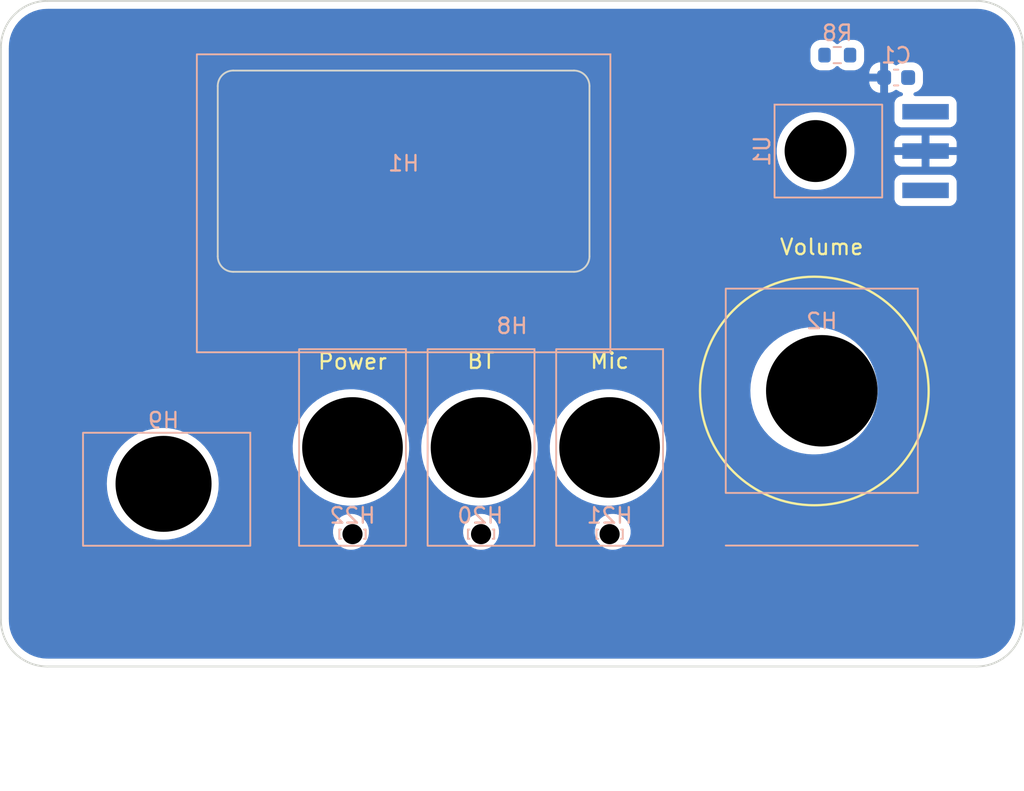
<source format=kicad_pcb>
(kicad_pcb (version 20210824) (generator pcbnew)
  (layers (0 "F.Cu" signal) (31 "B.Cu" signal) (34 "B.Paste" user) (35 "F.Paste" user) (36 "B.SilkS" user "B.Silkscreen") (37 "F.SilkS" user "F.Silkscreen") (38 "B.Mask" user) (39 "F.Mask" user) (44 "Edge.Cuts" user))
  (net 0 "")
  (net 1 "GND")
  (net 2 "+3V3")
  (net 3 "Net-(C1-Pad1)")
  (net 4 "/IR")
  (footprint "Capacitor_SMD:C_0603_1608Metric" (layer "B.Cu") (at 217.8 54.95 180)
    (fp_text reference "C1" (at 0 1.43) (layer "B.SilkS") (effects (justify mirror)))
    (fp_text value "0.1uF")
    (fp_line (start -0.14058 0.51) (end 0.14058 0.51) (layer "B.SilkS") (width 0.12))
    (fp_line (start -0.14058 -0.51) (end 0.14058 -0.51) (layer "B.SilkS") (width 0.12))
    (pad "1" smd roundrect locked (at -0.775 0 180) (size 0.9 0.95) (layers "B.Cu" "B.Paste" "B.Mask") (net 3 "Net-(C1-Pad1)"))
    (pad "2" smd roundrect locked (at 0.775 0 180) (size 0.9 0.95) (layers "B.Cu" "B.Paste" "B.Mask") (net 1 "GND"))
  )
  (footprint "FrontPanel-Footprints:PanelCutout_Jack_3.5mm_CUI_SJ-435107" (layer "B.Cu") (at 170.5 81.2 180)
    (fp_text reference "H9" (at 0 4.1 unlocked) (layer "B.SilkS") (effects (justify mirror)))
    (fp_text value "Headphones")
    (fp_rect (start -5.6 3.3) (end 5.2 -4) (layer "B.SilkS") (width 0.12) (fill none))
    (pad "" np_thru_hole circle (at 0 0 180) (size 6.2 6.2) (drill 6.2) (layers *.Mask))
  )
  (footprint "Resistor_SMD:R_0603_1608Metric" (layer "B.Cu") (at 214 53.5 180)
    (fp_text reference "R8" (at 0 1.43) (layer "B.SilkS") (effects (justify mirror)))
    (fp_text value "100")
    (fp_line (start -0.237258 0.5225) (end 0.237258 0.5225) (layer "B.SilkS") (width 0.12))
    (fp_line (start -0.237258 -0.5225) (end 0.237258 -0.5225) (layer "B.SilkS") (width 0.12))
    (pad "1" smd roundrect locked (at -0.825 0 180) (size 0.8 0.95) (layers "B.Cu" "B.Paste" "B.Mask") (net 3 "Net-(C1-Pad1)"))
    (pad "2" smd roundrect locked (at 0.825 0 180) (size 0.8 0.95) (layers "B.Cu" "B.Paste" "B.Mask") (net 2 "+3V3"))
  )
  (footprint "FrontPanel-Footprints:PanelCutout_RotaryEncoder_TT_EN12-V_Knob16mm" (layer "B.Cu") (at 213 75.1875 180)
    (fp_text reference "H2" (at 0 4.5 unlocked) (layer "B.SilkS") (effects (justify mirror)))
    (fp_text value "Volume")
    (fp_line (start -6.2 -10) (end 6.2 -10) (layer "B.SilkS") (width 0.12))
    (fp_rect (start -6.2 6.6) (end 6.2 -6.6) (layer "B.SilkS") (width 0.12) (fill none))
    (pad "" np_thru_hole circle (at 0 0 180) (size 7.2 7.2) (drill 7.2) (layers *.Mask))
  )
  (footprint "FrontPanel-Footprints:PanelCutout_SW_E-Switch_100SP-M7" (layer "B.Cu") (at 191 78.85 180)
    (fp_text reference "H20" (at 0.05 -4.4 unlocked) (layer "B.SilkS") (effects (justify mirror)))
    (fp_text value "PAIR")
    (fp_rect (start -3.45 6.35) (end 3.45 -6.35) (layer "B.SilkS") (width 0.12) (fill none))
    (pad "" np_thru_hole circle (at 0 0 180) (size 6.5 6.5) (drill 6.5) (layers *.Mask))
  )
  (footprint "FrontPanel-Footprints:EnclosureEndPlate_66x43mm" (layer "B.Cu") (at 193 71.5 180)
    (fp_text reference "H8" (at 0 0.5 unlocked) (layer "B.SilkS") (effects (justify mirror)))
    (fp_text value "Enclosure")
    (fp_line (start 30 21.5) (end -30 21.5) (layer "Edge.Cuts") (width 0.12))
    (fp_line (start 33 -18.5) (end 33 18.5) (layer "Edge.Cuts") (width 0.12))
    (fp_line (start -30 -21.5) (end 30 -21.5) (layer "Edge.Cuts") (width 0.12))
    (fp_line (start -33 18.5) (end -33 -18.5) (layer "Edge.Cuts") (width 0.12))
    (fp_arc (start -30 -18.5) (end -33 -18.5) (angle 90) (layer "Edge.Cuts") (width 0.12))
    (fp_arc (start 30 -18.5) (end 30 -21.5) (angle 90) (layer "Edge.Cuts") (width 0.12))
    (fp_arc (start -30 18.5) (end -30 21.5) (angle 90) (layer "Edge.Cuts") (width 0.12))
    (fp_arc (start 30 18.5) (end 30 21.5) (angle -90) (layer "Edge.Cuts") (width 0.12))
  )
  (footprint "FrontPanel-Footprints:PanelCutout_LED_0603_1608Metric_SideView_Inolux" (layer "B.Cu") (at 199.3 84.45 180)
    (fp_text reference "H17" hide)
    (fp_text value "MIC" hide)
    (fp_line (start 0.85 0.3) (end 0.75 0.3) (layer "B.SilkS") (width 0.12))
    (fp_line (start -0.85 -0.3) (end -0.75 -0.3) (layer "B.SilkS") (width 0.12))
    (fp_line (start -0.85 -0.3) (end -0.85 0.3) (layer "B.SilkS") (width 0.12))
    (fp_line (start -0.85 0.3) (end -0.75 0.3) (layer "B.SilkS") (width 0.12))
    (fp_line (start 0.85 -0.3) (end 0.75 -0.3) (layer "B.SilkS") (width 0.12))
    (fp_line (start 0.85 0.3) (end 0.85 -0.3) (layer "B.SilkS") (width 0.12))
    (pad "" np_thru_hole circle (at 0 0 180) (size 1.3 1.3) (drill 1.3) (layers *.Mask))
  )
  (footprint "FrontPanel-Footprints:Vishay_Mold_Reverse" (layer "B.Cu") (at 212.6 59.7 -90)
    (fp_text reference "U1" (at 0 3.45 -270 unlocked) (layer "B.SilkS") (effects (justify mirror)))
    (fp_text value "TSOP45xx")
    (fp_rect (start -3 2.65) (end 3 -4.3) (layer "B.SilkS") (width 0.12) (fill none))
    (pad "" np_thru_hole circle (at 0 0 270) (size 4 4) (drill 4) (layers *.Mask))
    (pad "1" smd rect (at 2.54 -7.1 270) (size 1 3) (layers "B.Cu" "B.Paste" "B.Mask") (net 4 "/IR"))
    (pad "2" smd rect (at 0 -7.1 270) (size 1 3) (layers "B.Cu" "B.Paste" "B.Mask") (net 1 "GND"))
    (pad "3" smd rect (at -2.54 -7.1 270) (size 1 3) (layers "B.Cu" "B.Paste" "B.Mask") (net 3 "Net-(C1-Pad1)"))
  )
  (footprint "FrontPanel-Footprints:PanelCutout_LED_0603_1608Metric_SideView_Inolux" (layer "B.Cu") (at 191 84.45 180)
    (fp_text reference "H15" hide)
    (fp_text value "BT" hide)
    (fp_line (start 0.85 0.3) (end 0.75 0.3) (layer "B.SilkS") (width 0.12))
    (fp_line (start -0.85 -0.3) (end -0.75 -0.3) (layer "B.SilkS") (width 0.12))
    (fp_line (start 0.85 -0.3) (end 0.75 -0.3) (layer "B.SilkS") (width 0.12))
    (fp_line (start -0.85 -0.3) (end -0.85 0.3) (layer "B.SilkS") (width 0.12))
    (fp_line (start -0.85 0.3) (end -0.75 0.3) (layer "B.SilkS") (width 0.12))
    (fp_line (start 0.85 0.3) (end 0.85 -0.3) (layer "B.SilkS") (width 0.12))
    (pad "" np_thru_hole circle (at 0 0 180) (size 1.3 1.3) (drill 1.3) (layers *.Mask))
  )
  (footprint "FrontPanel-Footprints:PanelCutout_LED_0603_1608Metric_SideView_Inolux" (layer "B.Cu") (at 182.7 84.45 180)
    (fp_text reference "H16" hide)
    (fp_text value "POWER" hide)
    (fp_line (start -0.85 -0.3) (end -0.85 0.3) (layer "B.SilkS") (width 0.12))
    (fp_line (start 0.85 -0.3) (end 0.75 -0.3) (layer "B.SilkS") (width 0.12))
    (fp_line (start -0.85 0.3) (end -0.75 0.3) (layer "B.SilkS") (width 0.12))
    (fp_line (start 0.85 0.3) (end 0.85 -0.3) (layer "B.SilkS") (width 0.12))
    (fp_line (start 0.85 0.3) (end 0.75 0.3) (layer "B.SilkS") (width 0.12))
    (fp_line (start -0.85 -0.3) (end -0.75 -0.3) (layer "B.SilkS") (width 0.12))
    (pad "" np_thru_hole circle (at 0 0 180) (size 1.3 1.3) (drill 1.3) (layers *.Mask))
  )
  (footprint "FrontPanel-Footprints:PanelCutout_SW_E-Switch_100SP-M7" (layer "B.Cu") (at 182.7 78.85 180)
    (fp_text reference "H22" (at 0 -4.4 unlocked) (layer "B.SilkS") (effects (justify mirror)))
    (fp_text value "Power")
    (fp_rect (start -3.45 6.35) (end 3.45 -6.35) (layer "B.SilkS") (width 0.12) (fill none))
    (pad "" np_thru_hole circle (at 0 0 180) (size 6.5 6.5) (drill 6.5) (layers *.Mask))
  )
  (footprint "FrontPanel-Footprints:PanelCutout_OLED_0.96inch" (layer "B.Cu") (at 186 61 180)
    (fp_text reference "H1" (at 0 0.5 unlocked) (layer "B.SilkS") (effects (justify mirror)))
    (fp_text value "Display")
    (fp_rect (start -13.35 7.55) (end 13.35 -11.7) (layer "B.SilkS") (width 0.12) (fill none))
    (fp_line (start 12 5.5) (end 12 -5.5) (layer "Edge.Cuts") (width 0.12))
    (fp_line (start 11 -6.5) (end -11 -6.5) (layer "Edge.Cuts") (width 0.12))
    (fp_line (start -11 6.5) (end 11 6.5) (layer "Edge.Cuts") (width 0.12))
    (fp_line (start -12 -5.5) (end -12 5.5) (layer "Edge.Cuts") (width 0.12))
    (fp_arc (start -11 -5.5) (end -11 -6.5) (angle -90) (layer "Edge.Cuts") (width 0.12))
    (fp_arc (start -11 5.5) (end -12 5.5) (angle -90) (layer "Edge.Cuts") (width 0.12))
    (fp_arc (start 11 -5.5) (end 12 -5.5) (angle -90) (layer "Edge.Cuts") (width 0.12))
    (fp_arc (start 11 5.5) (end 11 6.5) (angle -90) (layer "Edge.Cuts") (width 0.12))
  )
  (footprint "FrontPanel-Footprints:PanelCutout_SW_E-Switch_100SP-M7" (layer "B.Cu") (at 199.3 78.85 180)
    (fp_text reference "H21" (at 0 -4.4 unlocked) (layer "B.SilkS") (effects (justify mirror)))
    (fp_text value "MIC")
    (fp_rect (start -3.45 6.35) (end 3.45 -6.35) (layer "B.SilkS") (width 0.12) (fill none))
    (pad "" np_thru_hole circle (at 0 0 180) (size 6.5 6.5) (drill 6.5) (layers *.Mask))
  )
  (gr_circle (center 212.517588 75.2) (end 212.517588 67.817588) (layer "F.SilkS") (width 0.15) (fill none))
  (gr_text "BT" (at 191 73.25) (layer "F.SilkS") (effects (font (size 1 1))))
  (gr_text "Mic" (at 199.3 73.25) (layer "F.SilkS") (effects (font (size 1 1))))
  (gr_text "Power" (at 182.7 73.3) (layer "F.SilkS") (effects (font (size 1 1))))
  (gr_text "Volume" (at 213 65.9) (layer "F.SilkS") (effects (font (size 1 1))))
  (zone (net 1) (net_name "GND") (layers F&B.Cu) (connect_pads (clearance 0.508)) (min_thickness 0.254) (fill yes (thermal_gap 0.508) (thermal_bridge_width 0.508))
    (polygon (pts (xy 226 93) (xy 160 93) (xy 160 50) (xy 226 50)))
  )
)
</source>
